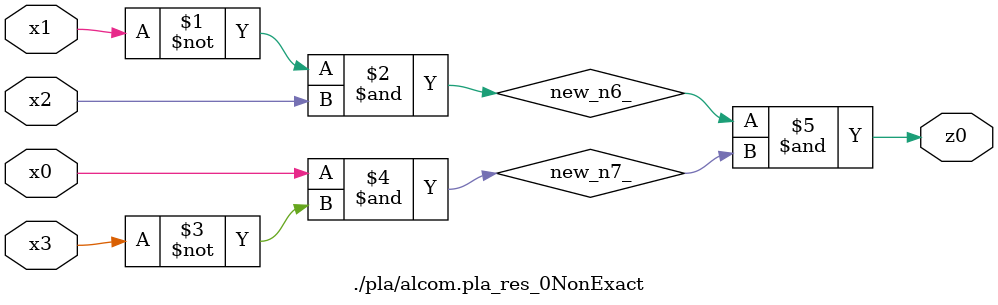
<source format=v>

module \./pla/alcom.pla_res_0NonExact  ( 
    x0, x1, x2, x3,
    z0  );
  input  x0, x1, x2, x3;
  output z0;
  wire new_n6_, new_n7_;
  assign new_n6_ = ~x1 & x2;
  assign new_n7_ = x0 & ~x3;
  assign z0 = new_n6_ & new_n7_;
endmodule



</source>
